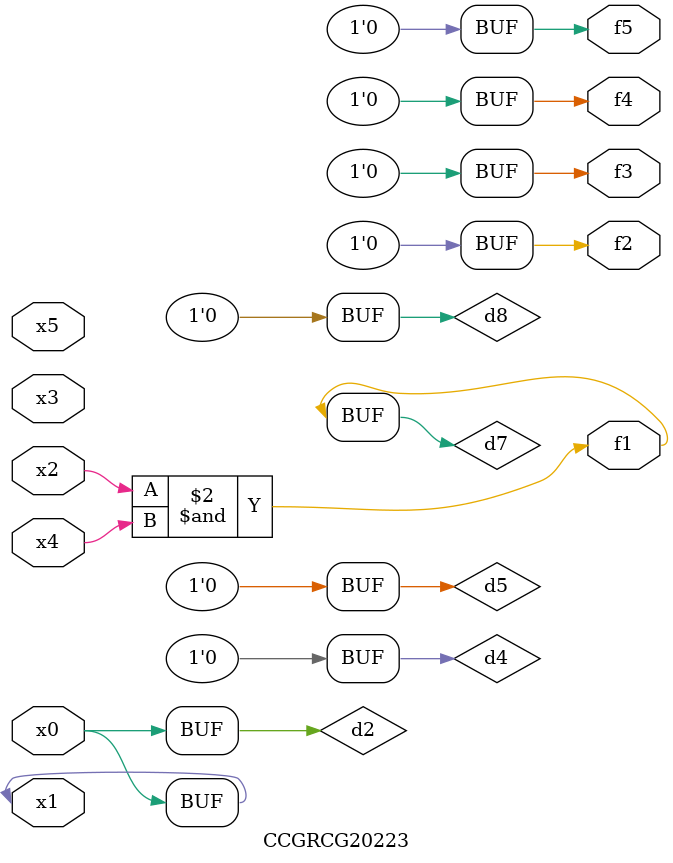
<source format=v>
module CCGRCG20223(
	input x0, x1, x2, x3, x4, x5,
	output f1, f2, f3, f4, f5
);

	wire d1, d2, d3, d4, d5, d6, d7, d8, d9;

	nand (d1, x1);
	buf (d2, x0, x1);
	nand (d3, x2, x4);
	and (d4, d1, d2);
	and (d5, d1, d2);
	nand (d6, d1, d3);
	not (d7, d3);
	xor (d8, d5);
	nor (d9, d5, d6);
	assign f1 = d7;
	assign f2 = d8;
	assign f3 = d8;
	assign f4 = d8;
	assign f5 = d8;
endmodule

</source>
